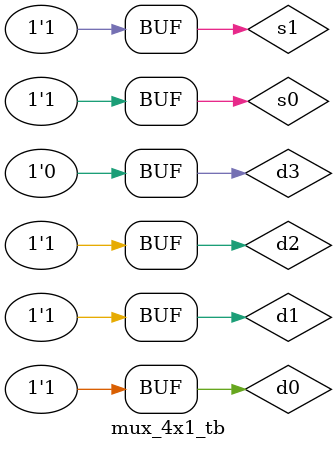
<source format=v>
module mux_2x1(d0,d1,s,y);
	input d0,d1,s;
	output reg y;
	always @(*) begin
        y = (d0&(~s))| (d1&s);
    end
endmodule


module mux_4x1(d0,d1,d2,d3,s0,s1,y);
	input d0,d1,d2,d3,s0,s1;
	output y;
	wire t1,t2;
	mux_2x1 m0(d0,d1,s0,t1);
	mux_2x1 m1(d2,d3,s0,t2);
	mux_2x1 m2(t1,t2,s1,y);
endmodule
//TestBench

module mux_4x1_tb;
	reg d0,d1,d2,d3,s0,s1;
	wire y;
	
	mux_4x1 dut(d0,d1,d2,d3,s0,s1,y);
	
	initial begin
		s0=0; s1=0; d0=1; d1=0; d2=0; d3=1; #10;
		s0=0; s1=0; d0=0; d1=1; d2=1; d3=1; #10;
		s0=0; s1=1; d0=0; d1=1; d2=0; d3=0; #10;
		s0=0; s1=1; d0=1; d1=0; d2=1; d3=1; #10;
		s0=1; s1=0; d0=0; d1=0; d2=1; d3=0; #10;
		s0=1; s1=0; d0=1; d1=1; d2=0; d3=1; #10;
		s0=1; s1=1; d0=0; d1=0; d2=0; d3=1; #10;
		s0=1; s1=1; d0=1; d1=1; d2=1; d3=0; #10;

	end
endmodule
	

</source>
